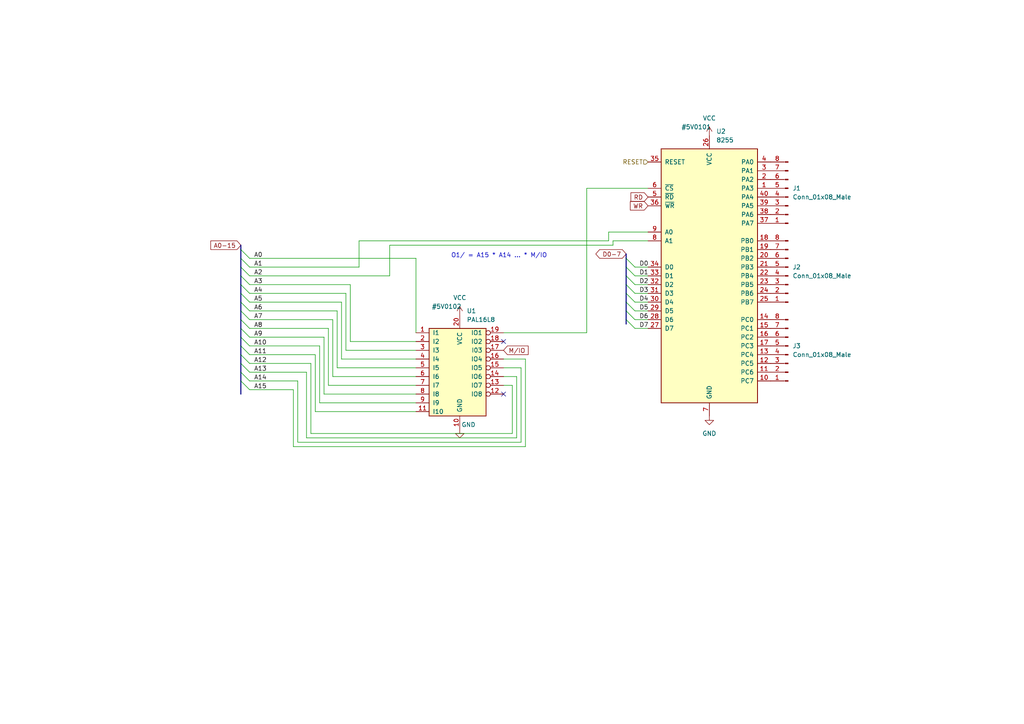
<source format=kicad_sch>
(kicad_sch (version 20211123) (generator eeschema)

  (uuid 54a8e927-81b4-4e71-ad24-56865f3c3e31)

  (paper "A4")

  (lib_symbols
    (symbol "Connector:Conn_01x08_Male" (pin_names (offset 1.016) hide) (in_bom yes) (on_board yes)
      (property "Reference" "J" (id 0) (at 0 10.16 0)
        (effects (font (size 1.27 1.27)))
      )
      (property "Value" "Conn_01x08_Male" (id 1) (at 0 -12.7 0)
        (effects (font (size 1.27 1.27)))
      )
      (property "Footprint" "" (id 2) (at 0 0 0)
        (effects (font (size 1.27 1.27)) hide)
      )
      (property "Datasheet" "~" (id 3) (at 0 0 0)
        (effects (font (size 1.27 1.27)) hide)
      )
      (property "ki_keywords" "connector" (id 4) (at 0 0 0)
        (effects (font (size 1.27 1.27)) hide)
      )
      (property "ki_description" "Generic connector, single row, 01x08, script generated (kicad-library-utils/schlib/autogen/connector/)" (id 5) (at 0 0 0)
        (effects (font (size 1.27 1.27)) hide)
      )
      (property "ki_fp_filters" "Connector*:*_1x??_*" (id 6) (at 0 0 0)
        (effects (font (size 1.27 1.27)) hide)
      )
      (symbol "Conn_01x08_Male_1_1"
        (polyline
          (pts
            (xy 1.27 -10.16)
            (xy 0.8636 -10.16)
          )
          (stroke (width 0.1524) (type default) (color 0 0 0 0))
          (fill (type none))
        )
        (polyline
          (pts
            (xy 1.27 -7.62)
            (xy 0.8636 -7.62)
          )
          (stroke (width 0.1524) (type default) (color 0 0 0 0))
          (fill (type none))
        )
        (polyline
          (pts
            (xy 1.27 -5.08)
            (xy 0.8636 -5.08)
          )
          (stroke (width 0.1524) (type default) (color 0 0 0 0))
          (fill (type none))
        )
        (polyline
          (pts
            (xy 1.27 -2.54)
            (xy 0.8636 -2.54)
          )
          (stroke (width 0.1524) (type default) (color 0 0 0 0))
          (fill (type none))
        )
        (polyline
          (pts
            (xy 1.27 0)
            (xy 0.8636 0)
          )
          (stroke (width 0.1524) (type default) (color 0 0 0 0))
          (fill (type none))
        )
        (polyline
          (pts
            (xy 1.27 2.54)
            (xy 0.8636 2.54)
          )
          (stroke (width 0.1524) (type default) (color 0 0 0 0))
          (fill (type none))
        )
        (polyline
          (pts
            (xy 1.27 5.08)
            (xy 0.8636 5.08)
          )
          (stroke (width 0.1524) (type default) (color 0 0 0 0))
          (fill (type none))
        )
        (polyline
          (pts
            (xy 1.27 7.62)
            (xy 0.8636 7.62)
          )
          (stroke (width 0.1524) (type default) (color 0 0 0 0))
          (fill (type none))
        )
        (rectangle (start 0.8636 -10.033) (end 0 -10.287)
          (stroke (width 0.1524) (type default) (color 0 0 0 0))
          (fill (type outline))
        )
        (rectangle (start 0.8636 -7.493) (end 0 -7.747)
          (stroke (width 0.1524) (type default) (color 0 0 0 0))
          (fill (type outline))
        )
        (rectangle (start 0.8636 -4.953) (end 0 -5.207)
          (stroke (width 0.1524) (type default) (color 0 0 0 0))
          (fill (type outline))
        )
        (rectangle (start 0.8636 -2.413) (end 0 -2.667)
          (stroke (width 0.1524) (type default) (color 0 0 0 0))
          (fill (type outline))
        )
        (rectangle (start 0.8636 0.127) (end 0 -0.127)
          (stroke (width 0.1524) (type default) (color 0 0 0 0))
          (fill (type outline))
        )
        (rectangle (start 0.8636 2.667) (end 0 2.413)
          (stroke (width 0.1524) (type default) (color 0 0 0 0))
          (fill (type outline))
        )
        (rectangle (start 0.8636 5.207) (end 0 4.953)
          (stroke (width 0.1524) (type default) (color 0 0 0 0))
          (fill (type outline))
        )
        (rectangle (start 0.8636 7.747) (end 0 7.493)
          (stroke (width 0.1524) (type default) (color 0 0 0 0))
          (fill (type outline))
        )
        (pin passive line (at 5.08 7.62 180) (length 3.81)
          (name "Pin_1" (effects (font (size 1.27 1.27))))
          (number "1" (effects (font (size 1.27 1.27))))
        )
        (pin passive line (at 5.08 5.08 180) (length 3.81)
          (name "Pin_2" (effects (font (size 1.27 1.27))))
          (number "2" (effects (font (size 1.27 1.27))))
        )
        (pin passive line (at 5.08 2.54 180) (length 3.81)
          (name "Pin_3" (effects (font (size 1.27 1.27))))
          (number "3" (effects (font (size 1.27 1.27))))
        )
        (pin passive line (at 5.08 0 180) (length 3.81)
          (name "Pin_4" (effects (font (size 1.27 1.27))))
          (number "4" (effects (font (size 1.27 1.27))))
        )
        (pin passive line (at 5.08 -2.54 180) (length 3.81)
          (name "Pin_5" (effects (font (size 1.27 1.27))))
          (number "5" (effects (font (size 1.27 1.27))))
        )
        (pin passive line (at 5.08 -5.08 180) (length 3.81)
          (name "Pin_6" (effects (font (size 1.27 1.27))))
          (number "6" (effects (font (size 1.27 1.27))))
        )
        (pin passive line (at 5.08 -7.62 180) (length 3.81)
          (name "Pin_7" (effects (font (size 1.27 1.27))))
          (number "7" (effects (font (size 1.27 1.27))))
        )
        (pin passive line (at 5.08 -10.16 180) (length 3.81)
          (name "Pin_8" (effects (font (size 1.27 1.27))))
          (number "8" (effects (font (size 1.27 1.27))))
        )
      )
    )
    (symbol "Interface:8255" (pin_names (offset 1.016)) (in_bom yes) (on_board yes)
      (property "Reference" "U" (id 0) (at -13.97 38.1 0)
        (effects (font (size 1.27 1.27)) (justify left))
      )
      (property "Value" "8255" (id 1) (at 8.89 38.1 0)
        (effects (font (size 1.27 1.27)) (justify left))
      )
      (property "Footprint" "Package_DIP:DIP-40_W15.24mm" (id 2) (at 0 7.62 0)
        (effects (font (size 1.27 1.27)) hide)
      )
      (property "Datasheet" "http://aturing.umcs.maine.edu/~meadow/courses/cos335/Intel8255A.pdf" (id 3) (at 0 7.62 0)
        (effects (font (size 1.27 1.27)) hide)
      )
      (property "ki_keywords" "8255 PPI" (id 4) (at 0 0 0)
        (effects (font (size 1.27 1.27)) hide)
      )
      (property "ki_description" "Programmable Peripheral Interface, PDIP-40" (id 5) (at 0 0 0)
        (effects (font (size 1.27 1.27)) hide)
      )
      (property "ki_fp_filters" "DIP*W15.24mm* PDIP*W15.24mm*" (id 6) (at 0 0 0)
        (effects (font (size 1.27 1.27)) hide)
      )
      (symbol "8255_1_1"
        (rectangle (start -13.97 -36.83) (end 13.97 36.83)
          (stroke (width 0.254) (type default) (color 0 0 0 0))
          (fill (type background))
        )
        (pin bidirectional line (at 17.78 25.4 180) (length 3.81)
          (name "PA3" (effects (font (size 1.27 1.27))))
          (number "1" (effects (font (size 1.27 1.27))))
        )
        (pin bidirectional line (at 17.78 -30.48 180) (length 3.81)
          (name "PC7" (effects (font (size 1.27 1.27))))
          (number "10" (effects (font (size 1.27 1.27))))
        )
        (pin bidirectional line (at 17.78 -27.94 180) (length 3.81)
          (name "PC6" (effects (font (size 1.27 1.27))))
          (number "11" (effects (font (size 1.27 1.27))))
        )
        (pin bidirectional line (at 17.78 -25.4 180) (length 3.81)
          (name "PC5" (effects (font (size 1.27 1.27))))
          (number "12" (effects (font (size 1.27 1.27))))
        )
        (pin bidirectional line (at 17.78 -22.86 180) (length 3.81)
          (name "PC4" (effects (font (size 1.27 1.27))))
          (number "13" (effects (font (size 1.27 1.27))))
        )
        (pin bidirectional line (at 17.78 -12.7 180) (length 3.81)
          (name "PC0" (effects (font (size 1.27 1.27))))
          (number "14" (effects (font (size 1.27 1.27))))
        )
        (pin bidirectional line (at 17.78 -15.24 180) (length 3.81)
          (name "PC1" (effects (font (size 1.27 1.27))))
          (number "15" (effects (font (size 1.27 1.27))))
        )
        (pin bidirectional line (at 17.78 -17.78 180) (length 3.81)
          (name "PC2" (effects (font (size 1.27 1.27))))
          (number "16" (effects (font (size 1.27 1.27))))
        )
        (pin bidirectional line (at 17.78 -20.32 180) (length 3.81)
          (name "PC3" (effects (font (size 1.27 1.27))))
          (number "17" (effects (font (size 1.27 1.27))))
        )
        (pin bidirectional line (at 17.78 10.16 180) (length 3.81)
          (name "PB0" (effects (font (size 1.27 1.27))))
          (number "18" (effects (font (size 1.27 1.27))))
        )
        (pin bidirectional line (at 17.78 7.62 180) (length 3.81)
          (name "PB1" (effects (font (size 1.27 1.27))))
          (number "19" (effects (font (size 1.27 1.27))))
        )
        (pin bidirectional line (at 17.78 27.94 180) (length 3.81)
          (name "PA2" (effects (font (size 1.27 1.27))))
          (number "2" (effects (font (size 1.27 1.27))))
        )
        (pin bidirectional line (at 17.78 5.08 180) (length 3.81)
          (name "PB2" (effects (font (size 1.27 1.27))))
          (number "20" (effects (font (size 1.27 1.27))))
        )
        (pin bidirectional line (at 17.78 2.54 180) (length 3.81)
          (name "PB3" (effects (font (size 1.27 1.27))))
          (number "21" (effects (font (size 1.27 1.27))))
        )
        (pin bidirectional line (at 17.78 0 180) (length 3.81)
          (name "PB4" (effects (font (size 1.27 1.27))))
          (number "22" (effects (font (size 1.27 1.27))))
        )
        (pin bidirectional line (at 17.78 -2.54 180) (length 3.81)
          (name "PB5" (effects (font (size 1.27 1.27))))
          (number "23" (effects (font (size 1.27 1.27))))
        )
        (pin bidirectional line (at 17.78 -5.08 180) (length 3.81)
          (name "PB6" (effects (font (size 1.27 1.27))))
          (number "24" (effects (font (size 1.27 1.27))))
        )
        (pin bidirectional line (at 17.78 -7.62 180) (length 3.81)
          (name "PB7" (effects (font (size 1.27 1.27))))
          (number "25" (effects (font (size 1.27 1.27))))
        )
        (pin power_in line (at 0 40.64 270) (length 3.81)
          (name "VCC" (effects (font (size 1.27 1.27))))
          (number "26" (effects (font (size 1.27 1.27))))
        )
        (pin bidirectional line (at -17.78 -15.24 0) (length 3.81)
          (name "D7" (effects (font (size 1.27 1.27))))
          (number "27" (effects (font (size 1.27 1.27))))
        )
        (pin bidirectional line (at -17.78 -12.7 0) (length 3.81)
          (name "D6" (effects (font (size 1.27 1.27))))
          (number "28" (effects (font (size 1.27 1.27))))
        )
        (pin bidirectional line (at -17.78 -10.16 0) (length 3.81)
          (name "D5" (effects (font (size 1.27 1.27))))
          (number "29" (effects (font (size 1.27 1.27))))
        )
        (pin bidirectional line (at 17.78 30.48 180) (length 3.81)
          (name "PA1" (effects (font (size 1.27 1.27))))
          (number "3" (effects (font (size 1.27 1.27))))
        )
        (pin bidirectional line (at -17.78 -7.62 0) (length 3.81)
          (name "D4" (effects (font (size 1.27 1.27))))
          (number "30" (effects (font (size 1.27 1.27))))
        )
        (pin bidirectional line (at -17.78 -5.08 0) (length 3.81)
          (name "D3" (effects (font (size 1.27 1.27))))
          (number "31" (effects (font (size 1.27 1.27))))
        )
        (pin bidirectional line (at -17.78 -2.54 0) (length 3.81)
          (name "D2" (effects (font (size 1.27 1.27))))
          (number "32" (effects (font (size 1.27 1.27))))
        )
        (pin bidirectional line (at -17.78 0 0) (length 3.81)
          (name "D1" (effects (font (size 1.27 1.27))))
          (number "33" (effects (font (size 1.27 1.27))))
        )
        (pin bidirectional line (at -17.78 2.54 0) (length 3.81)
          (name "D0" (effects (font (size 1.27 1.27))))
          (number "34" (effects (font (size 1.27 1.27))))
        )
        (pin input line (at -17.78 33.02 0) (length 3.81)
          (name "RESET" (effects (font (size 1.27 1.27))))
          (number "35" (effects (font (size 1.27 1.27))))
        )
        (pin input line (at -17.78 20.32 0) (length 3.81)
          (name "~{WR}" (effects (font (size 1.27 1.27))))
          (number "36" (effects (font (size 1.27 1.27))))
        )
        (pin bidirectional line (at 17.78 15.24 180) (length 3.81)
          (name "PA7" (effects (font (size 1.27 1.27))))
          (number "37" (effects (font (size 1.27 1.27))))
        )
        (pin bidirectional line (at 17.78 17.78 180) (length 3.81)
          (name "PA6" (effects (font (size 1.27 1.27))))
          (number "38" (effects (font (size 1.27 1.27))))
        )
        (pin bidirectional line (at 17.78 20.32 180) (length 3.81)
          (name "PA5" (effects (font (size 1.27 1.27))))
          (number "39" (effects (font (size 1.27 1.27))))
        )
        (pin bidirectional line (at 17.78 33.02 180) (length 3.81)
          (name "PA0" (effects (font (size 1.27 1.27))))
          (number "4" (effects (font (size 1.27 1.27))))
        )
        (pin bidirectional line (at 17.78 22.86 180) (length 3.81)
          (name "PA4" (effects (font (size 1.27 1.27))))
          (number "40" (effects (font (size 1.27 1.27))))
        )
        (pin input line (at -17.78 22.86 0) (length 3.81)
          (name "~{RD}" (effects (font (size 1.27 1.27))))
          (number "5" (effects (font (size 1.27 1.27))))
        )
        (pin input line (at -17.78 25.4 0) (length 3.81)
          (name "~{CS}" (effects (font (size 1.27 1.27))))
          (number "6" (effects (font (size 1.27 1.27))))
        )
        (pin power_in line (at 0 -40.64 90) (length 3.81)
          (name "GND" (effects (font (size 1.27 1.27))))
          (number "7" (effects (font (size 1.27 1.27))))
        )
        (pin input line (at -17.78 10.16 0) (length 3.81)
          (name "A1" (effects (font (size 1.27 1.27))))
          (number "8" (effects (font (size 1.27 1.27))))
        )
        (pin input line (at -17.78 12.7 0) (length 3.81)
          (name "A0" (effects (font (size 1.27 1.27))))
          (number "9" (effects (font (size 1.27 1.27))))
        )
      )
    )
    (symbol "Logic_Programmable:PAL16L8" (pin_names (offset 1.016)) (in_bom yes) (on_board yes)
      (property "Reference" "U" (id 0) (at -8.89 16.51 0)
        (effects (font (size 1.27 1.27)) (justify left))
      )
      (property "Value" "PAL16L8" (id 1) (at 1.27 16.51 0)
        (effects (font (size 1.27 1.27)) (justify left))
      )
      (property "Footprint" "" (id 2) (at 0 0 0)
        (effects (font (size 1.27 1.27)) hide)
      )
      (property "Datasheet" "" (id 3) (at 0 0 0)
        (effects (font (size 1.27 1.27)) hide)
      )
      (property "ki_keywords" "PAL PLD 16L8" (id 4) (at 0 0 0)
        (effects (font (size 1.27 1.27)) hide)
      )
      (property "ki_description" "Programmable Logic Array, DIP-20" (id 5) (at 0 0 0)
        (effects (font (size 1.27 1.27)) hide)
      )
      (property "ki_fp_filters" "DIP* PDIP*" (id 6) (at 0 0 0)
        (effects (font (size 1.27 1.27)) hide)
      )
      (symbol "PAL16L8_0_0"
        (pin power_in line (at 0 -15.24 90) (length 3.81)
          (name "GND" (effects (font (size 1.27 1.27))))
          (number "10" (effects (font (size 1.27 1.27))))
        )
        (pin power_in line (at 0 17.78 270) (length 3.81)
          (name "VCC" (effects (font (size 1.27 1.27))))
          (number "20" (effects (font (size 1.27 1.27))))
        )
      )
      (symbol "PAL16L8_0_1"
        (rectangle (start -8.89 13.97) (end 7.62 -11.43)
          (stroke (width 0.254) (type default) (color 0 0 0 0))
          (fill (type background))
        )
      )
      (symbol "PAL16L8_1_1"
        (pin input line (at -12.7 12.7 0) (length 3.81)
          (name "I1" (effects (font (size 1.27 1.27))))
          (number "1" (effects (font (size 1.27 1.27))))
        )
        (pin input line (at -12.7 -10.16 0) (length 3.81)
          (name "I10" (effects (font (size 1.27 1.27))))
          (number "11" (effects (font (size 1.27 1.27))))
        )
        (pin tri_state inverted (at 12.7 -5.08 180) (length 5.08)
          (name "IO8" (effects (font (size 1.27 1.27))))
          (number "12" (effects (font (size 1.27 1.27))))
        )
        (pin tri_state inverted (at 12.7 -2.54 180) (length 5.08)
          (name "IO7" (effects (font (size 1.27 1.27))))
          (number "13" (effects (font (size 1.27 1.27))))
        )
        (pin tri_state inverted (at 12.7 0 180) (length 5.08)
          (name "IO6" (effects (font (size 1.27 1.27))))
          (number "14" (effects (font (size 1.27 1.27))))
        )
        (pin tri_state inverted (at 12.7 2.54 180) (length 5.08)
          (name "IO5" (effects (font (size 1.27 1.27))))
          (number "15" (effects (font (size 1.27 1.27))))
        )
        (pin tri_state inverted (at 12.7 5.08 180) (length 5.08)
          (name "IO4" (effects (font (size 1.27 1.27))))
          (number "16" (effects (font (size 1.27 1.27))))
        )
        (pin tri_state inverted (at 12.7 7.62 180) (length 5.08)
          (name "I03" (effects (font (size 1.27 1.27))))
          (number "17" (effects (font (size 1.27 1.27))))
        )
        (pin tri_state inverted (at 12.7 10.16 180) (length 5.08)
          (name "IO2" (effects (font (size 1.27 1.27))))
          (number "18" (effects (font (size 1.27 1.27))))
        )
        (pin tri_state inverted (at 12.7 12.7 180) (length 5.08)
          (name "IO1" (effects (font (size 1.27 1.27))))
          (number "19" (effects (font (size 1.27 1.27))))
        )
        (pin input line (at -12.7 10.16 0) (length 3.81)
          (name "I2" (effects (font (size 1.27 1.27))))
          (number "2" (effects (font (size 1.27 1.27))))
        )
        (pin input line (at -12.7 7.62 0) (length 3.81)
          (name "I3" (effects (font (size 1.27 1.27))))
          (number "3" (effects (font (size 1.27 1.27))))
        )
        (pin input line (at -12.7 5.08 0) (length 3.81)
          (name "I4" (effects (font (size 1.27 1.27))))
          (number "4" (effects (font (size 1.27 1.27))))
        )
        (pin input line (at -12.7 2.54 0) (length 3.81)
          (name "I5" (effects (font (size 1.27 1.27))))
          (number "5" (effects (font (size 1.27 1.27))))
        )
        (pin input line (at -12.7 0 0) (length 3.81)
          (name "I6" (effects (font (size 1.27 1.27))))
          (number "6" (effects (font (size 1.27 1.27))))
        )
        (pin input line (at -12.7 -2.54 0) (length 3.81)
          (name "I7" (effects (font (size 1.27 1.27))))
          (number "7" (effects (font (size 1.27 1.27))))
        )
        (pin input line (at -12.7 -5.08 0) (length 3.81)
          (name "I8" (effects (font (size 1.27 1.27))))
          (number "8" (effects (font (size 1.27 1.27))))
        )
        (pin input line (at -12.7 -7.62 0) (length 3.81)
          (name "I9" (effects (font (size 1.27 1.27))))
          (number "9" (effects (font (size 1.27 1.27))))
        )
      )
    )
    (symbol "power:GND" (power) (pin_names (offset 0)) (in_bom yes) (on_board yes)
      (property "Reference" "#PWR" (id 0) (at 0 -6.35 0)
        (effects (font (size 1.27 1.27)) hide)
      )
      (property "Value" "GND" (id 1) (at 0 -3.81 0)
        (effects (font (size 1.27 1.27)))
      )
      (property "Footprint" "" (id 2) (at 0 0 0)
        (effects (font (size 1.27 1.27)) hide)
      )
      (property "Datasheet" "" (id 3) (at 0 0 0)
        (effects (font (size 1.27 1.27)) hide)
      )
      (property "ki_keywords" "power-flag" (id 4) (at 0 0 0)
        (effects (font (size 1.27 1.27)) hide)
      )
      (property "ki_description" "Power symbol creates a global label with name \"GND\" , ground" (id 5) (at 0 0 0)
        (effects (font (size 1.27 1.27)) hide)
      )
      (symbol "GND_0_1"
        (polyline
          (pts
            (xy 0 0)
            (xy 0 -1.27)
            (xy 1.27 -1.27)
            (xy 0 -2.54)
            (xy -1.27 -1.27)
            (xy 0 -1.27)
          )
          (stroke (width 0) (type default) (color 0 0 0 0))
          (fill (type none))
        )
      )
      (symbol "GND_1_1"
        (pin power_in line (at 0 0 270) (length 0) hide
          (name "GND" (effects (font (size 1.27 1.27))))
          (number "1" (effects (font (size 1.27 1.27))))
        )
      )
    )
    (symbol "power:VCC" (power) (pin_names (offset 0)) (in_bom yes) (on_board yes)
      (property "Reference" "#PWR" (id 0) (at 0 -3.81 0)
        (effects (font (size 1.27 1.27)) hide)
      )
      (property "Value" "VCC" (id 1) (at 0 3.81 0)
        (effects (font (size 1.27 1.27)))
      )
      (property "Footprint" "" (id 2) (at 0 0 0)
        (effects (font (size 1.27 1.27)) hide)
      )
      (property "Datasheet" "" (id 3) (at 0 0 0)
        (effects (font (size 1.27 1.27)) hide)
      )
      (property "ki_keywords" "power-flag" (id 4) (at 0 0 0)
        (effects (font (size 1.27 1.27)) hide)
      )
      (property "ki_description" "Power symbol creates a global label with name \"VCC\"" (id 5) (at 0 0 0)
        (effects (font (size 1.27 1.27)) hide)
      )
      (symbol "VCC_0_1"
        (polyline
          (pts
            (xy -0.762 1.27)
            (xy 0 2.54)
          )
          (stroke (width 0) (type default) (color 0 0 0 0))
          (fill (type none))
        )
        (polyline
          (pts
            (xy 0 0)
            (xy 0 2.54)
          )
          (stroke (width 0) (type default) (color 0 0 0 0))
          (fill (type none))
        )
        (polyline
          (pts
            (xy 0 2.54)
            (xy 0.762 1.27)
          )
          (stroke (width 0) (type default) (color 0 0 0 0))
          (fill (type none))
        )
      )
      (symbol "VCC_1_1"
        (pin power_in line (at 0 0 90) (length 0) hide
          (name "VCC" (effects (font (size 1.27 1.27))))
          (number "1" (effects (font (size 1.27 1.27))))
        )
      )
    )
  )


  (no_connect (at 146.05 99.06) (uuid b83b34aa-7db9-4315-b23b-c3c1a3e85058))
  (no_connect (at 146.05 114.3) (uuid b83b34aa-7db9-4315-b23b-c3c1a3e8505b))

  (bus_entry (at 69.85 92.71) (size 2.54 2.54)
    (stroke (width 0) (type default) (color 0 0 0 0))
    (uuid 13595c51-1f43-44c7-aa0b-334d76896487)
  )
  (bus_entry (at 69.85 105.41) (size 2.54 2.54)
    (stroke (width 0) (type default) (color 0 0 0 0))
    (uuid 2ec17aa1-e55a-4078-a9dd-08ca8bebd3d4)
  )
  (bus_entry (at 69.85 100.33) (size 2.54 2.54)
    (stroke (width 0) (type default) (color 0 0 0 0))
    (uuid 42ab4b0c-6bf4-4c87-9c26-c300924c293e)
  )
  (bus_entry (at 181.61 92.71) (size 2.54 2.54)
    (stroke (width 0) (type default) (color 0 0 0 0))
    (uuid 5ea84fb9-de3f-436e-883b-6428bc1863bf)
  )
  (bus_entry (at 69.85 110.49) (size 2.54 2.54)
    (stroke (width 0) (type default) (color 0 0 0 0))
    (uuid 68897db0-23b6-4003-88cd-824dc1f92c2e)
  )
  (bus_entry (at 69.85 107.95) (size 2.54 2.54)
    (stroke (width 0) (type default) (color 0 0 0 0))
    (uuid 6ef45006-b93e-49a7-825c-dd936a4839ae)
  )
  (bus_entry (at 69.85 97.79) (size 2.54 2.54)
    (stroke (width 0) (type default) (color 0 0 0 0))
    (uuid 9211144e-eb2c-49d2-9282-285a48d28ac0)
  )
  (bus_entry (at 69.85 85.09) (size 2.54 2.54)
    (stroke (width 0) (type default) (color 0 0 0 0))
    (uuid 99891a8c-1961-43b0-b32a-9c11b86c5840)
  )
  (bus_entry (at 69.85 72.39) (size 2.54 2.54)
    (stroke (width 0) (type default) (color 0 0 0 0))
    (uuid a0a82c05-eb1a-4de6-8cb0-8c9e3ea2b41e)
  )
  (bus_entry (at 69.85 82.55) (size 2.54 2.54)
    (stroke (width 0) (type default) (color 0 0 0 0))
    (uuid bc939e41-e209-4154-a97e-6143302b082e)
  )
  (bus_entry (at 69.85 102.87) (size 2.54 2.54)
    (stroke (width 0) (type default) (color 0 0 0 0))
    (uuid d49b9f50-0f44-44f1-b840-39edc8eb8e13)
  )
  (bus_entry (at 69.85 77.47) (size 2.54 2.54)
    (stroke (width 0) (type default) (color 0 0 0 0))
    (uuid dbdcf081-4ab2-43e4-9b70-46d0e1078f5d)
  )
  (bus_entry (at 181.61 74.93) (size 2.54 2.54)
    (stroke (width 0) (type default) (color 0 0 0 0))
    (uuid dc4ac758-eb3d-44d8-ae83-b611ba88b227)
  )
  (bus_entry (at 181.61 82.55) (size 2.54 2.54)
    (stroke (width 0) (type default) (color 0 0 0 0))
    (uuid dc4ac758-eb3d-44d8-ae83-b611ba88b227)
  )
  (bus_entry (at 181.61 85.09) (size 2.54 2.54)
    (stroke (width 0) (type default) (color 0 0 0 0))
    (uuid dc4ac758-eb3d-44d8-ae83-b611ba88b227)
  )
  (bus_entry (at 181.61 87.63) (size 2.54 2.54)
    (stroke (width 0) (type default) (color 0 0 0 0))
    (uuid dc4ac758-eb3d-44d8-ae83-b611ba88b227)
  )
  (bus_entry (at 181.61 90.17) (size 2.54 2.54)
    (stroke (width 0) (type default) (color 0 0 0 0))
    (uuid dc4ac758-eb3d-44d8-ae83-b611ba88b227)
  )
  (bus_entry (at 181.61 77.47) (size 2.54 2.54)
    (stroke (width 0) (type default) (color 0 0 0 0))
    (uuid dc4ac758-eb3d-44d8-ae83-b611ba88b227)
  )
  (bus_entry (at 181.61 80.01) (size 2.54 2.54)
    (stroke (width 0) (type default) (color 0 0 0 0))
    (uuid dc4ac758-eb3d-44d8-ae83-b611ba88b227)
  )
  (bus_entry (at 69.85 80.01) (size 2.54 2.54)
    (stroke (width 0) (type default) (color 0 0 0 0))
    (uuid e11bd210-27fe-4937-a6d4-236498117ea9)
  )
  (bus_entry (at 69.85 74.93) (size 2.54 2.54)
    (stroke (width 0) (type default) (color 0 0 0 0))
    (uuid eb8063bd-2b0c-4ebe-b2ed-b2a78ec10f58)
  )
  (bus_entry (at 69.85 87.63) (size 2.54 2.54)
    (stroke (width 0) (type default) (color 0 0 0 0))
    (uuid f34d61f7-2d34-4227-966b-329ccc4a7b48)
  )
  (bus_entry (at 69.85 90.17) (size 2.54 2.54)
    (stroke (width 0) (type default) (color 0 0 0 0))
    (uuid fad43ea7-4212-4fde-93f2-0012cc776764)
  )
  (bus_entry (at 69.85 95.25) (size 2.54 2.54)
    (stroke (width 0) (type default) (color 0 0 0 0))
    (uuid fad6241a-5ffe-48d3-ad27-1a1860e4de55)
  )

  (wire (pts (xy 170.18 54.61) (xy 187.96 54.61))
    (stroke (width 0) (type default) (color 0 0 0 0))
    (uuid 00641db6-0ea1-4421-99bd-b3689a9e7e61)
  )
  (bus (pts (xy 69.85 82.55) (xy 69.85 85.09))
    (stroke (width 0) (type default) (color 0 0 0 0))
    (uuid 02fb25b0-ec3a-4bb3-8f9b-b34fa3c504c9)
  )

  (wire (pts (xy 72.39 95.25) (xy 95.25 95.25))
    (stroke (width 0) (type default) (color 0 0 0 0))
    (uuid 038c33aa-7424-4417-acc7-669de4d0b11e)
  )
  (wire (pts (xy 95.25 95.25) (xy 95.25 111.76))
    (stroke (width 0) (type default) (color 0 0 0 0))
    (uuid 0432b816-c8dc-4f0e-802a-c6e8618ac320)
  )
  (bus (pts (xy 69.85 85.09) (xy 69.85 87.63))
    (stroke (width 0) (type default) (color 0 0 0 0))
    (uuid 0526dbd6-1981-4c50-8434-d78356b181ec)
  )

  (wire (pts (xy 120.65 74.93) (xy 120.65 96.52))
    (stroke (width 0) (type default) (color 0 0 0 0))
    (uuid 06d61fc3-34b6-4035-bd7c-644a20f1d432)
  )
  (wire (pts (xy 184.15 77.47) (xy 187.96 77.47))
    (stroke (width 0) (type default) (color 0 0 0 0))
    (uuid 0ce57514-b904-4425-9b97-9813f99a7859)
  )
  (wire (pts (xy 72.39 107.95) (xy 88.9 107.95))
    (stroke (width 0) (type default) (color 0 0 0 0))
    (uuid 0d33d09f-4aec-4792-88d6-68d0805e342d)
  )
  (bus (pts (xy 69.85 74.93) (xy 69.85 77.47))
    (stroke (width 0) (type default) (color 0 0 0 0))
    (uuid 0ee2d4a0-a895-4a9f-bd2e-a29d2124f57a)
  )

  (wire (pts (xy 72.39 90.17) (xy 97.79 90.17))
    (stroke (width 0) (type default) (color 0 0 0 0))
    (uuid 0f478645-f314-44ee-98cf-fabd484e72b8)
  )
  (wire (pts (xy 85.09 129.54) (xy 85.09 113.03))
    (stroke (width 0) (type default) (color 0 0 0 0))
    (uuid 10c9fbab-a6ff-4131-976f-9d0dbc27c10e)
  )
  (bus (pts (xy 69.85 102.87) (xy 69.85 105.41))
    (stroke (width 0) (type default) (color 0 0 0 0))
    (uuid 11c59853-ed0e-4d62-9c7a-47da0e3b4046)
  )
  (bus (pts (xy 181.61 90.17) (xy 181.61 92.71))
    (stroke (width 0) (type default) (color 0 0 0 0))
    (uuid 156b3e09-5a9d-4ed9-99a1-9a1c602aaa7b)
  )
  (bus (pts (xy 181.61 77.47) (xy 181.61 80.01))
    (stroke (width 0) (type default) (color 0 0 0 0))
    (uuid 1979a1dd-013c-4e57-93a5-99d139576c3a)
  )

  (wire (pts (xy 92.71 116.84) (xy 120.65 116.84))
    (stroke (width 0) (type default) (color 0 0 0 0))
    (uuid 1adb81f3-04a6-4ff9-8f56-f1148b394c9d)
  )
  (wire (pts (xy 96.52 109.22) (xy 120.65 109.22))
    (stroke (width 0) (type default) (color 0 0 0 0))
    (uuid 1d283a1a-875a-4a0f-b1fc-054af6747c1c)
  )
  (wire (pts (xy 113.03 71.12) (xy 113.03 80.01))
    (stroke (width 0) (type default) (color 0 0 0 0))
    (uuid 2496e448-6410-4540-9481-37b153dcc62b)
  )
  (wire (pts (xy 149.86 127) (xy 149.86 109.22))
    (stroke (width 0) (type default) (color 0 0 0 0))
    (uuid 2683850b-abba-47ab-8da1-4b9fc2ba26c5)
  )
  (wire (pts (xy 72.39 113.03) (xy 85.09 113.03))
    (stroke (width 0) (type default) (color 0 0 0 0))
    (uuid 26dfede7-7232-4797-a0d8-3aa63bec81e0)
  )
  (wire (pts (xy 90.17 125.73) (xy 148.59 125.73))
    (stroke (width 0) (type default) (color 0 0 0 0))
    (uuid 2af0dac9-1ab6-47f5-b2c9-5bf30eead00c)
  )
  (wire (pts (xy 177.8 69.85) (xy 187.96 69.85))
    (stroke (width 0) (type default) (color 0 0 0 0))
    (uuid 2b53b8aa-95fd-4f9c-b1b5-fc3b9ffb2916)
  )
  (wire (pts (xy 96.52 92.71) (xy 96.52 109.22))
    (stroke (width 0) (type default) (color 0 0 0 0))
    (uuid 355961ca-0cfa-4879-bf2f-af81caf95164)
  )
  (wire (pts (xy 184.15 82.55) (xy 187.96 82.55))
    (stroke (width 0) (type default) (color 0 0 0 0))
    (uuid 370a9ae0-9c97-4228-8993-ed6254c33ca1)
  )
  (wire (pts (xy 152.4 129.54) (xy 85.09 129.54))
    (stroke (width 0) (type default) (color 0 0 0 0))
    (uuid 377457e1-360f-4e57-9a05-feecd515bc2e)
  )
  (wire (pts (xy 151.13 128.27) (xy 151.13 106.68))
    (stroke (width 0) (type default) (color 0 0 0 0))
    (uuid 3bd69045-8350-4d83-a414-244bb95e2d39)
  )
  (wire (pts (xy 104.14 77.47) (xy 104.14 69.85))
    (stroke (width 0) (type default) (color 0 0 0 0))
    (uuid 418c8085-6d38-4fd1-b52b-de8a75b3504c)
  )
  (wire (pts (xy 146.05 96.52) (xy 170.18 96.52))
    (stroke (width 0) (type default) (color 0 0 0 0))
    (uuid 4bae6d6e-af44-4493-bf6a-1f798f64db04)
  )
  (wire (pts (xy 86.36 128.27) (xy 151.13 128.27))
    (stroke (width 0) (type default) (color 0 0 0 0))
    (uuid 4c53c764-bb98-42cb-9ade-f86071891088)
  )
  (wire (pts (xy 91.44 102.87) (xy 91.44 119.38))
    (stroke (width 0) (type default) (color 0 0 0 0))
    (uuid 50688d51-e295-46c3-a0a5-8863156abff3)
  )
  (wire (pts (xy 149.86 109.22) (xy 146.05 109.22))
    (stroke (width 0) (type default) (color 0 0 0 0))
    (uuid 513e6046-abec-4e86-87cd-8f7f5410c4a2)
  )
  (bus (pts (xy 69.85 80.01) (xy 69.85 82.55))
    (stroke (width 0) (type default) (color 0 0 0 0))
    (uuid 5787e0a6-0d04-4135-b8fb-e1dd4b43cc83)
  )

  (wire (pts (xy 88.9 107.95) (xy 88.9 127))
    (stroke (width 0) (type default) (color 0 0 0 0))
    (uuid 5b801570-fb27-47ff-adac-221cefc25f4e)
  )
  (wire (pts (xy 148.59 125.73) (xy 148.59 111.76))
    (stroke (width 0) (type default) (color 0 0 0 0))
    (uuid 5daee8c2-0608-424d-bbc5-a2635196d3c6)
  )
  (wire (pts (xy 99.06 87.63) (xy 99.06 104.14))
    (stroke (width 0) (type default) (color 0 0 0 0))
    (uuid 63e8fb6e-7b42-41ae-b3a3-18da9ce1acba)
  )
  (bus (pts (xy 181.61 87.63) (xy 181.61 90.17))
    (stroke (width 0) (type default) (color 0 0 0 0))
    (uuid 6e8efc2d-17e0-4f54-98a5-317995ea8ee3)
  )

  (wire (pts (xy 101.6 99.06) (xy 120.65 99.06))
    (stroke (width 0) (type default) (color 0 0 0 0))
    (uuid 6ea8be03-4169-4d40-a8af-5468716e7778)
  )
  (wire (pts (xy 72.39 102.87) (xy 91.44 102.87))
    (stroke (width 0) (type default) (color 0 0 0 0))
    (uuid 78530dc9-d8ca-4437-b97b-710eb627c314)
  )
  (wire (pts (xy 100.33 101.6) (xy 120.65 101.6))
    (stroke (width 0) (type default) (color 0 0 0 0))
    (uuid 7d7ff141-3ca8-4504-93bf-944b6e597cda)
  )
  (bus (pts (xy 69.85 110.49) (xy 69.85 114.3))
    (stroke (width 0) (type default) (color 0 0 0 0))
    (uuid 81cc2925-d10d-43f3-8b47-8a4df41f1791)
  )
  (bus (pts (xy 69.85 90.17) (xy 69.85 92.71))
    (stroke (width 0) (type default) (color 0 0 0 0))
    (uuid 81eac182-42d3-4948-a08b-e425ddf32688)
  )

  (wire (pts (xy 92.71 100.33) (xy 92.71 116.84))
    (stroke (width 0) (type default) (color 0 0 0 0))
    (uuid 832530c7-6482-4dae-9a92-48fa1212ebef)
  )
  (wire (pts (xy 176.53 67.31) (xy 187.96 67.31))
    (stroke (width 0) (type default) (color 0 0 0 0))
    (uuid 84203770-8a53-47cd-95d0-31c1ee37f0db)
  )
  (wire (pts (xy 184.15 85.09) (xy 187.96 85.09))
    (stroke (width 0) (type default) (color 0 0 0 0))
    (uuid 847a11f7-feaf-426b-ba7e-22b4c8a28846)
  )
  (wire (pts (xy 97.79 90.17) (xy 97.79 106.68))
    (stroke (width 0) (type default) (color 0 0 0 0))
    (uuid 85d35ccf-876b-4443-aa6d-781fa043332f)
  )
  (bus (pts (xy 181.61 74.93) (xy 181.61 77.47))
    (stroke (width 0) (type default) (color 0 0 0 0))
    (uuid 8af90085-edbc-4961-b726-688a5c4da546)
  )
  (bus (pts (xy 181.61 92.71) (xy 181.61 93.98))
    (stroke (width 0) (type default) (color 0 0 0 0))
    (uuid 8b351e03-f2c2-45f3-935d-e00b005f2b7c)
  )
  (bus (pts (xy 181.61 73.66) (xy 181.61 74.93))
    (stroke (width 0) (type default) (color 0 0 0 0))
    (uuid 8dc194ad-179b-47ef-8b11-478f0e69df7e)
  )
  (bus (pts (xy 181.61 85.09) (xy 181.61 87.63))
    (stroke (width 0) (type default) (color 0 0 0 0))
    (uuid 8e37dd7f-f5a8-4beb-87f7-3cb6ebc7f37d)
  )

  (wire (pts (xy 72.39 87.63) (xy 99.06 87.63))
    (stroke (width 0) (type default) (color 0 0 0 0))
    (uuid 97799128-cd72-43a4-a450-959041e9b460)
  )
  (wire (pts (xy 72.39 105.41) (xy 90.17 105.41))
    (stroke (width 0) (type default) (color 0 0 0 0))
    (uuid 983d9273-b788-4793-bfb7-2b02cbbda874)
  )
  (wire (pts (xy 151.13 106.68) (xy 146.05 106.68))
    (stroke (width 0) (type default) (color 0 0 0 0))
    (uuid 9970c859-776f-4640-ac39-0a4384093135)
  )
  (bus (pts (xy 181.61 82.55) (xy 181.61 85.09))
    (stroke (width 0) (type default) (color 0 0 0 0))
    (uuid 9bfa7db7-3d9d-48b0-b783-973fddb7ad49)
  )
  (bus (pts (xy 69.85 92.71) (xy 69.85 95.25))
    (stroke (width 0) (type default) (color 0 0 0 0))
    (uuid a008822e-0334-4a08-9b63-39a383aa8a50)
  )
  (bus (pts (xy 69.85 97.79) (xy 69.85 100.33))
    (stroke (width 0) (type default) (color 0 0 0 0))
    (uuid a10083df-3d54-45fc-95be-0c9e090d1c45)
  )

  (wire (pts (xy 184.15 87.63) (xy 187.96 87.63))
    (stroke (width 0) (type default) (color 0 0 0 0))
    (uuid a2649b7a-b1be-4b9b-9019-1aabb20e5186)
  )
  (wire (pts (xy 184.15 80.01) (xy 187.96 80.01))
    (stroke (width 0) (type default) (color 0 0 0 0))
    (uuid a287f90d-4f43-4542-93d7-cb234c731279)
  )
  (wire (pts (xy 72.39 92.71) (xy 96.52 92.71))
    (stroke (width 0) (type default) (color 0 0 0 0))
    (uuid a4d617f7-d7d8-4233-855a-4f686f1e38c7)
  )
  (wire (pts (xy 104.14 69.85) (xy 176.53 69.85))
    (stroke (width 0) (type default) (color 0 0 0 0))
    (uuid a54a7bc0-5721-4337-88a0-58a4c9803443)
  )
  (wire (pts (xy 93.98 97.79) (xy 93.98 114.3))
    (stroke (width 0) (type default) (color 0 0 0 0))
    (uuid a853c89d-a9c3-4b64-a532-1a4fd2790efc)
  )
  (bus (pts (xy 69.85 95.25) (xy 69.85 97.79))
    (stroke (width 0) (type default) (color 0 0 0 0))
    (uuid a9ac9797-1b84-4649-8e24-fa06148d107c)
  )

  (wire (pts (xy 90.17 105.41) (xy 90.17 125.73))
    (stroke (width 0) (type default) (color 0 0 0 0))
    (uuid ad28573f-9beb-4791-b28d-6da3f0157a0e)
  )
  (wire (pts (xy 86.36 110.49) (xy 86.36 128.27))
    (stroke (width 0) (type default) (color 0 0 0 0))
    (uuid aef02c41-e414-4a15-8686-8930c4b603e4)
  )
  (wire (pts (xy 72.39 110.49) (xy 86.36 110.49))
    (stroke (width 0) (type default) (color 0 0 0 0))
    (uuid b0b39429-e219-46d9-8053-92be5560aa62)
  )
  (wire (pts (xy 72.39 97.79) (xy 93.98 97.79))
    (stroke (width 0) (type default) (color 0 0 0 0))
    (uuid b1e1785a-9246-447a-b581-221392cd12b0)
  )
  (wire (pts (xy 100.33 85.09) (xy 100.33 101.6))
    (stroke (width 0) (type default) (color 0 0 0 0))
    (uuid b2999c23-3c15-4990-94d0-ce11e6c00303)
  )
  (bus (pts (xy 69.85 87.63) (xy 69.85 90.17))
    (stroke (width 0) (type default) (color 0 0 0 0))
    (uuid b3575890-0992-47df-a425-307481aeb8f2)
  )
  (bus (pts (xy 69.85 105.41) (xy 69.85 107.95))
    (stroke (width 0) (type default) (color 0 0 0 0))
    (uuid b6d32aff-3c4d-4281-898f-23401cdc4208)
  )

  (wire (pts (xy 95.25 111.76) (xy 120.65 111.76))
    (stroke (width 0) (type default) (color 0 0 0 0))
    (uuid b93f3758-977a-463b-adb4-bff90f7e5b38)
  )
  (wire (pts (xy 88.9 127) (xy 149.86 127))
    (stroke (width 0) (type default) (color 0 0 0 0))
    (uuid bc9bf8b2-7e83-4786-971e-d6be3e0da09a)
  )
  (bus (pts (xy 69.85 72.39) (xy 69.85 74.93))
    (stroke (width 0) (type default) (color 0 0 0 0))
    (uuid bd2f55a1-d92e-4720-9207-aeb2aab8a165)
  )

  (wire (pts (xy 152.4 104.14) (xy 152.4 129.54))
    (stroke (width 0) (type default) (color 0 0 0 0))
    (uuid be6f90d9-dd95-4855-9e20-c321b0fbd06a)
  )
  (bus (pts (xy 69.85 100.33) (xy 69.85 102.87))
    (stroke (width 0) (type default) (color 0 0 0 0))
    (uuid c109afc3-a16a-4603-be42-fa4c36e2cf09)
  )

  (wire (pts (xy 72.39 85.09) (xy 100.33 85.09))
    (stroke (width 0) (type default) (color 0 0 0 0))
    (uuid c13427b2-3ff7-45c8-a2e2-d552532ee0fa)
  )
  (bus (pts (xy 181.61 80.01) (xy 181.61 82.55))
    (stroke (width 0) (type default) (color 0 0 0 0))
    (uuid c6580532-64dc-447c-a1d0-73a72e340bdf)
  )

  (wire (pts (xy 184.15 95.25) (xy 187.96 95.25))
    (stroke (width 0) (type default) (color 0 0 0 0))
    (uuid c88315ad-b612-431e-a9ef-6be7763a543f)
  )
  (wire (pts (xy 91.44 119.38) (xy 120.65 119.38))
    (stroke (width 0) (type default) (color 0 0 0 0))
    (uuid d062e44f-73df-4ccc-bc9d-4da5f0bef67f)
  )
  (wire (pts (xy 97.79 106.68) (xy 120.65 106.68))
    (stroke (width 0) (type default) (color 0 0 0 0))
    (uuid d170dd5b-dee8-4599-98ab-32c5455bc6f8)
  )
  (wire (pts (xy 113.03 71.12) (xy 177.8 71.12))
    (stroke (width 0) (type default) (color 0 0 0 0))
    (uuid d1d72b51-42e6-473a-b1f3-73563a4113b4)
  )
  (wire (pts (xy 177.8 71.12) (xy 177.8 69.85))
    (stroke (width 0) (type default) (color 0 0 0 0))
    (uuid dbc90e63-2aaa-43a8-a3af-2e1c20d48108)
  )
  (wire (pts (xy 93.98 114.3) (xy 120.65 114.3))
    (stroke (width 0) (type default) (color 0 0 0 0))
    (uuid dfb39857-726d-4b45-a711-1e70d0667437)
  )
  (wire (pts (xy 170.18 54.61) (xy 170.18 96.52))
    (stroke (width 0) (type default) (color 0 0 0 0))
    (uuid e156038b-9ad0-4619-91e2-25858428d21d)
  )
  (wire (pts (xy 72.39 77.47) (xy 104.14 77.47))
    (stroke (width 0) (type default) (color 0 0 0 0))
    (uuid e23c8e5e-5418-4945-a566-bb424855651f)
  )
  (wire (pts (xy 101.6 82.55) (xy 101.6 99.06))
    (stroke (width 0) (type default) (color 0 0 0 0))
    (uuid e346f9d9-f88b-4d83-a418-cb10ab3af901)
  )
  (wire (pts (xy 72.39 82.55) (xy 101.6 82.55))
    (stroke (width 0) (type default) (color 0 0 0 0))
    (uuid e83eb02e-332e-4c90-978a-753ebd5a1f1f)
  )
  (wire (pts (xy 72.39 74.93) (xy 120.65 74.93))
    (stroke (width 0) (type default) (color 0 0 0 0))
    (uuid e934057c-9dc0-4e16-b75c-f9799a4a7d5a)
  )
  (bus (pts (xy 69.85 107.95) (xy 69.85 110.49))
    (stroke (width 0) (type default) (color 0 0 0 0))
    (uuid ebaa5598-0ccc-4565-b0e9-acaccf1ed0ac)
  )

  (wire (pts (xy 148.59 111.76) (xy 146.05 111.76))
    (stroke (width 0) (type default) (color 0 0 0 0))
    (uuid ebaba0c2-43de-48de-921c-a384896afb75)
  )
  (bus (pts (xy 69.85 71.12) (xy 69.85 72.39))
    (stroke (width 0) (type default) (color 0 0 0 0))
    (uuid eeaa22b6-1290-4a17-b4b5-5b81e03c71b1)
  )

  (wire (pts (xy 146.05 104.14) (xy 152.4 104.14))
    (stroke (width 0) (type default) (color 0 0 0 0))
    (uuid f1f3f9b5-fa66-4c02-80c0-4fa558b48eb7)
  )
  (wire (pts (xy 184.15 92.71) (xy 187.96 92.71))
    (stroke (width 0) (type default) (color 0 0 0 0))
    (uuid f1f72fef-06cd-4f45-acb2-0d7be27030b6)
  )
  (wire (pts (xy 184.15 90.17) (xy 187.96 90.17))
    (stroke (width 0) (type default) (color 0 0 0 0))
    (uuid f3257ca0-c5cc-4515-9412-466b4377404b)
  )
  (wire (pts (xy 72.39 80.01) (xy 113.03 80.01))
    (stroke (width 0) (type default) (color 0 0 0 0))
    (uuid f3549b52-08e5-49c5-89b3-2a896ef35bff)
  )
  (wire (pts (xy 72.39 100.33) (xy 92.71 100.33))
    (stroke (width 0) (type default) (color 0 0 0 0))
    (uuid f839157f-a66c-410c-b620-ac47771647a3)
  )
  (bus (pts (xy 69.85 77.47) (xy 69.85 80.01))
    (stroke (width 0) (type default) (color 0 0 0 0))
    (uuid fec6df32-2997-49df-b58c-40f998f169b7)
  )

  (wire (pts (xy 176.53 69.85) (xy 176.53 67.31))
    (stroke (width 0) (type default) (color 0 0 0 0))
    (uuid ff869546-f674-4ab3-8c6d-fb28ba488e4d)
  )
  (wire (pts (xy 99.06 104.14) (xy 120.65 104.14))
    (stroke (width 0) (type default) (color 0 0 0 0))
    (uuid ffc10840-e587-4ba8-80f2-c837efe697cb)
  )

  (text "O1/ = A15 * A14 ... * M/IO" (at 130.81 74.93 0)
    (effects (font (size 1.27 1.27)) (justify left bottom))
    (uuid 3052d088-b7ab-4d43-ba16-898ecaa5bc10)
  )

  (label "A14" (at 73.66 110.49 0)
    (effects (font (size 1.27 1.27)) (justify left bottom))
    (uuid 0e99ff13-5bb7-4664-99a5-235b42325c11)
  )
  (label "A5" (at 73.66 87.63 0)
    (effects (font (size 1.27 1.27)) (justify left bottom))
    (uuid 1a27815e-0fa6-40e6-a698-5b53c6dc3f59)
  )
  (label "A2" (at 73.66 80.01 0)
    (effects (font (size 1.27 1.27)) (justify left bottom))
    (uuid 1c1adb4d-1680-4326-bb05-fd76173c4d15)
  )
  (label "D7" (at 185.42 95.25 0)
    (effects (font (size 1.27 1.27)) (justify left bottom))
    (uuid 2ecb2486-6724-42ad-b28a-1db6d84a3571)
  )
  (label "A3" (at 73.66 82.55 0)
    (effects (font (size 1.27 1.27)) (justify left bottom))
    (uuid 44a89729-bace-4afe-982f-d713b58e424b)
  )
  (label "D5" (at 185.42 90.17 0)
    (effects (font (size 1.27 1.27)) (justify left bottom))
    (uuid 49f3d16b-82b8-4304-ad03-dd3113565ce1)
  )
  (label "A12" (at 73.66 105.41 0)
    (effects (font (size 1.27 1.27)) (justify left bottom))
    (uuid 51d48af1-ad86-48ec-88a7-1b26bfd4099a)
  )
  (label "D2" (at 185.42 82.55 0)
    (effects (font (size 1.27 1.27)) (justify left bottom))
    (uuid 5f25f395-b5cf-49ab-bae0-dfdd04b3fd4e)
  )
  (label "A9" (at 73.66 97.79 0)
    (effects (font (size 1.27 1.27)) (justify left bottom))
    (uuid 5f309d01-78cd-4cbf-8030-ca08aebe8277)
  )
  (label "A10" (at 73.66 100.33 0)
    (effects (font (size 1.27 1.27)) (justify left bottom))
    (uuid 679fb0ed-fbb2-43ff-b00b-887eeb70df2a)
  )
  (label "A7" (at 73.66 92.71 0)
    (effects (font (size 1.27 1.27)) (justify left bottom))
    (uuid 6e731437-28e8-41c7-9075-5a0f29edb4f3)
  )
  (label "A1" (at 73.66 77.47 0)
    (effects (font (size 1.27 1.27)) (justify left bottom))
    (uuid 772cf907-4024-4d71-a7f2-cca87d737053)
  )
  (label "A8" (at 73.66 95.25 0)
    (effects (font (size 1.27 1.27)) (justify left bottom))
    (uuid 79b92091-2a2f-4111-a450-3bc5b4777ad0)
  )
  (label "A6" (at 73.66 90.17 0)
    (effects (font (size 1.27 1.27)) (justify left bottom))
    (uuid 8033ea93-0d4e-44a1-8808-750b50b80c0c)
  )
  (label "A15" (at 73.66 113.03 0)
    (effects (font (size 1.27 1.27)) (justify left bottom))
    (uuid 87d7109f-e590-45e8-9482-dd9509008fb6)
  )
  (label "A0" (at 73.66 74.93 0)
    (effects (font (size 1.27 1.27)) (justify left bottom))
    (uuid 8d6555ca-5cf5-4614-9254-1c1c4481a702)
  )
  (label "A11" (at 73.66 102.87 0)
    (effects (font (size 1.27 1.27)) (justify left bottom))
    (uuid 95c4c97a-723a-4743-99f7-ac127256e61e)
  )
  (label "D0" (at 185.42 77.47 0)
    (effects (font (size 1.27 1.27)) (justify left bottom))
    (uuid c242422c-b332-4ffb-871e-760dfb2a8dd1)
  )
  (label "A13" (at 73.66 107.95 0)
    (effects (font (size 1.27 1.27)) (justify left bottom))
    (uuid c6353fd5-b3ab-4668-b6a9-5abf0a0b073e)
  )
  (label "D4" (at 185.42 87.63 0)
    (effects (font (size 1.27 1.27)) (justify left bottom))
    (uuid db374704-c604-4015-856e-d82db084c62b)
  )
  (label "D6" (at 185.42 92.71 0)
    (effects (font (size 1.27 1.27)) (justify left bottom))
    (uuid e39888cf-2d94-45d7-9dc3-57338ae5115a)
  )
  (label "D1" (at 185.42 80.01 0)
    (effects (font (size 1.27 1.27)) (justify left bottom))
    (uuid f2809e15-a9a0-4fc6-b8ff-25b6f91e4e0a)
  )
  (label "A4" (at 73.66 85.09 0)
    (effects (font (size 1.27 1.27)) (justify left bottom))
    (uuid f6f82ee8-57e3-4773-a250-b0f60c5aae62)
  )
  (label "D3" (at 185.42 85.09 0)
    (effects (font (size 1.27 1.27)) (justify left bottom))
    (uuid f921f3ee-6e1f-4c35-8c5b-7fdceda81e93)
  )

  (global_label "RD" (shape input) (at 187.96 57.15 180) (fields_autoplaced)
    (effects (font (size 1.27 1.27)) (justify right))
    (uuid 1dc4ee41-6215-44ab-8016-d01763aee4e5)
    (property "Intersheet References" "${INTERSHEET_REFS}" (id 0) (at 183.0069 57.0706 0)
      (effects (font (size 1.27 1.27)) (justify right) hide)
    )
  )
  (global_label "WR" (shape input) (at 187.96 59.69 180) (fields_autoplaced)
    (effects (font (size 1.27 1.27)) (justify right))
    (uuid 43c16857-3964-40b6-b660-2f757f6ac7dd)
    (property "Intersheet References" "${INTERSHEET_REFS}" (id 0) (at 182.8255 59.6106 0)
      (effects (font (size 1.27 1.27)) (justify right) hide)
    )
  )
  (global_label "A0-15" (shape input) (at 69.85 71.12 180) (fields_autoplaced)
    (effects (font (size 1.27 1.27)) (justify right))
    (uuid 4877cc5f-5350-4020-9b64-1002fa6498a3)
    (property "Intersheet References" "${INTERSHEET_REFS}" (id 0) (at 61.1474 71.0406 0)
      (effects (font (size 1.27 1.27)) (justify right) hide)
    )
  )
  (global_label "D0-7" (shape bidirectional) (at 181.61 73.66 180) (fields_autoplaced)
    (effects (font (size 1.27 1.27)) (justify right))
    (uuid 9735d21f-251f-4840-80c3-513db3769f40)
    (property "Intersheet References" "${INTERSHEET_REFS}" (id 0) (at 173.9355 73.5806 0)
      (effects (font (size 1.27 1.27)) (justify right) hide)
    )
  )
  (global_label "M{slash}IO" (shape input) (at 146.05 101.6 0) (fields_autoplaced)
    (effects (font (size 1.27 1.27)) (justify left))
    (uuid a4bc89c5-54c9-4844-abf9-bd2bc86bc9c3)
    (property "Intersheet References" "${INTERSHEET_REFS}" (id 0) (at 153.1802 101.6794 0)
      (effects (font (size 1.27 1.27)) (justify left) hide)
    )
  )

  (hierarchical_label "RESET" (shape input) (at 187.96 46.99 180)
    (effects (font (size 1.27 1.27)) (justify right))
    (uuid 42970820-ca87-4a35-82f3-ac0c18c26028)
  )

  (symbol (lib_id "Interface:8255") (at 205.74 80.01 0) (unit 1)
    (in_bom yes) (on_board yes) (fields_autoplaced)
    (uuid 2fe5b8c4-bf3a-417b-bcc5-21bffe751217)
    (property "Reference" "U2" (id 0) (at 207.7594 38.1 0)
      (effects (font (size 1.27 1.27)) (justify left))
    )
    (property "Value" "8255" (id 1) (at 207.7594 40.64 0)
      (effects (font (size 1.27 1.27)) (justify left))
    )
    (property "Footprint" "Package_DIP:DIP-40_W15.24mm" (id 2) (at 205.74 72.39 0)
      (effects (font (size 1.27 1.27)) hide)
    )
    (property "Datasheet" "http://aturing.umcs.maine.edu/~meadow/courses/cos335/Intel8255A.pdf" (id 3) (at 205.74 72.39 0)
      (effects (font (size 1.27 1.27)) hide)
    )
    (pin "1" (uuid 8f564ea6-12ae-4fd4-876c-88078bde0fd5))
    (pin "10" (uuid 8d30e94c-444d-4118-a083-8b651bc9a5d6))
    (pin "11" (uuid f9dd7d02-8a55-4aa7-9b22-997f7ca2ef92))
    (pin "12" (uuid b250e76a-fdee-4184-8239-2a54eca867b7))
    (pin "13" (uuid 0775274e-7352-4979-9a77-de6a8ab392de))
    (pin "14" (uuid c4ced28a-66eb-47df-bc20-ce5b3ae73f28))
    (pin "15" (uuid 5665732a-ebca-46a2-be5b-41e33ea07a25))
    (pin "16" (uuid ad933e5d-cc1c-4cbe-b965-4cff270c2e5a))
    (pin "17" (uuid af49ea0c-d411-4462-8550-6918c5f3072d))
    (pin "18" (uuid 7392b618-19c3-44e6-bc04-e4c7c055bdf9))
    (pin "19" (uuid 65eb9f16-9b31-4153-821f-12d6cfcd01d5))
    (pin "2" (uuid 34af0e97-14b1-4a51-9417-aafffb030a89))
    (pin "20" (uuid d16c5d3a-d979-4591-a27d-362aec4d584b))
    (pin "21" (uuid 9b47b2e2-9fb4-4217-980c-7d6828202e8b))
    (pin "22" (uuid 16299565-905f-4ed0-bc37-0896a1b504ed))
    (pin "23" (uuid 9936fd46-54c1-42a1-b264-666d7072fc12))
    (pin "24" (uuid b0236f2d-c697-4def-a69b-2b602c401b7b))
    (pin "25" (uuid 951cfba9-bd8c-45ec-a20c-ffb0f70d6649))
    (pin "26" (uuid e66a69cb-a364-442b-8aaa-31aef295b657))
    (pin "27" (uuid cc3607c0-ce12-4b05-9de1-27f7aacedbca))
    (pin "28" (uuid 583033eb-cadd-4329-a54d-8e96cd0d511b))
    (pin "29" (uuid 5b46b1b2-5da7-4280-bd18-5a0c92f232a1))
    (pin "3" (uuid a2174d3a-2d01-4afc-ba90-e105d6c8270a))
    (pin "30" (uuid a81b560c-d288-4276-92e3-a24baf6de6d5))
    (pin "31" (uuid e70c367b-df1f-4388-840f-c63d3948b473))
    (pin "32" (uuid a70ac80a-b2fd-42ce-9bef-6e14178b7103))
    (pin "33" (uuid aa25c4c3-5d51-476e-9d8b-3586629fea49))
    (pin "34" (uuid 8ca3f1c1-3c5e-4f5f-b78c-17fc5dee1296))
    (pin "35" (uuid fa5a4ca6-1f83-4c3f-9094-65dbca7a9b09))
    (pin "36" (uuid 9d5f0991-07a0-4586-b5bf-b73127b9a721))
    (pin "37" (uuid 1301ec22-87e4-4c58-89e3-8a2aa8287b3d))
    (pin "38" (uuid 7fd7a04d-e364-49b3-9c9d-41f0ee19b093))
    (pin "39" (uuid 752356c9-b593-442f-b181-2e4cdc888a2e))
    (pin "4" (uuid 7dead08f-3814-4be2-ae10-904383c3f20a))
    (pin "40" (uuid ddd114e2-ae83-4372-a3c4-861561e04136))
    (pin "5" (uuid 0d6e7e20-8c02-45ff-b23b-f43f0fe8af56))
    (pin "6" (uuid 338ce229-242f-4e18-8726-7a07ba4c9b27))
    (pin "7" (uuid 5109144e-d2ca-4ada-b1ad-d0dce3f396ab))
    (pin "8" (uuid 6bc96708-73ab-45ee-b32b-a6b4fc347c16))
    (pin "9" (uuid f20b4c5f-4dea-43eb-b5e8-7f97960e2645))
  )

  (symbol (lib_id "Connector:Conn_01x08_Male") (at 228.6 80.01 180) (unit 1)
    (in_bom yes) (on_board yes) (fields_autoplaced)
    (uuid 52654164-031e-49c3-b728-4609c05cf9e2)
    (property "Reference" "J2" (id 0) (at 229.87 77.4699 0)
      (effects (font (size 1.27 1.27)) (justify right))
    )
    (property "Value" "Conn_01x08_Male" (id 1) (at 229.87 80.0099 0)
      (effects (font (size 1.27 1.27)) (justify right))
    )
    (property "Footprint" "" (id 2) (at 228.6 80.01 0)
      (effects (font (size 1.27 1.27)) hide)
    )
    (property "Datasheet" "~" (id 3) (at 228.6 80.01 0)
      (effects (font (size 1.27 1.27)) hide)
    )
    (pin "1" (uuid 3b054568-a8d4-468a-ab8f-3807840f850d))
    (pin "2" (uuid ce648927-2c71-4606-a315-f6d9309da425))
    (pin "3" (uuid 3d825280-b5ff-4609-9602-f19153897ea9))
    (pin "4" (uuid b1afc96e-cd77-4095-9db1-1d92a480fc08))
    (pin "5" (uuid dc69dc32-efb9-4cf6-b891-326edd940d42))
    (pin "6" (uuid e2379655-c058-47e5-ac9d-8d98f4dc6b47))
    (pin "7" (uuid 3037c4a4-50db-4863-a6fb-edb84d3f53a1))
    (pin "8" (uuid 1cd965ef-a99d-4335-90da-2a550a64aabe))
  )

  (symbol (lib_id "power:VCC") (at 133.35 91.44 0) (unit 1)
    (in_bom yes) (on_board yes)
    (uuid 6e4e191f-ce07-4594-8fb6-668f2c7fab3d)
    (property "Reference" "#5V0102" (id 0) (at 129.54 88.9 0))
    (property "Value" "VCC" (id 1) (at 133.35 86.36 0))
    (property "Footprint" "" (id 2) (at 133.35 91.44 0)
      (effects (font (size 1.27 1.27)) hide)
    )
    (property "Datasheet" "" (id 3) (at 133.35 91.44 0)
      (effects (font (size 1.27 1.27)) hide)
    )
    (pin "1" (uuid 6f1fd4d4-6651-4344-b758-0c46a14f76f3))
  )

  (symbol (lib_id "Logic_Programmable:PAL16L8") (at 133.35 109.22 0) (unit 1)
    (in_bom yes) (on_board yes) (fields_autoplaced)
    (uuid 90f59a31-9841-4c10-86c7-5c5224278646)
    (property "Reference" "U1" (id 0) (at 135.3694 90.17 0)
      (effects (font (size 1.27 1.27)) (justify left))
    )
    (property "Value" "PAL16L8" (id 1) (at 135.3694 92.71 0)
      (effects (font (size 1.27 1.27)) (justify left))
    )
    (property "Footprint" "" (id 2) (at 133.35 109.22 0)
      (effects (font (size 1.27 1.27)) hide)
    )
    (property "Datasheet" "" (id 3) (at 133.35 109.22 0)
      (effects (font (size 1.27 1.27)) hide)
    )
    (pin "10" (uuid d04ac06f-9745-4a5d-bcd7-bcd2568fa335))
    (pin "20" (uuid 503ea869-f087-41d1-a87b-fc754a36ab93))
    (pin "1" (uuid e1e6274b-e0a0-487f-ac51-510bef05d788))
    (pin "11" (uuid 692f6aa0-53e8-47fc-8eb5-375b0abe90f5))
    (pin "12" (uuid 0028dd6d-702a-4eae-8664-3bb1e68e2f4c))
    (pin "13" (uuid d762821f-3a0b-46f6-996b-0663e86ad3f9))
    (pin "14" (uuid 1e61fa1d-af94-4736-94c6-76e93079a0a5))
    (pin "15" (uuid 39fe8596-0ede-4d40-8d79-c18da8572f94))
    (pin "16" (uuid 5f95ab41-68e2-4700-8426-13e3de3f6d90))
    (pin "17" (uuid 521c6001-e4f8-4e3e-aa7b-5c0265470145))
    (pin "18" (uuid ead932ca-a5d3-43c7-9b99-a8fdc8002cca))
    (pin "19" (uuid cfc33296-79f7-4fec-a3cc-3b6678884ccb))
    (pin "2" (uuid cfbc3571-3126-4d93-8e9e-81b0ba7f7427))
    (pin "3" (uuid 92c53641-1d16-47c7-96e2-50d49248a7d9))
    (pin "4" (uuid 1aec094e-2567-4efd-929e-c548e78c75a2))
    (pin "5" (uuid 6638ac4e-491a-4e63-9540-608e2e62ffd2))
    (pin "6" (uuid a4750eda-3457-4c23-a106-860c3ff4002c))
    (pin "7" (uuid 03f527da-1ef9-4955-8f7c-e3189f4f4e39))
    (pin "8" (uuid 8872b42d-2b52-4b6d-957a-1eec3a95ed37))
    (pin "9" (uuid 402f5302-c707-4a32-8ff7-9b66027dde1d))
  )

  (symbol (lib_id "power:GND") (at 205.74 120.65 0) (unit 1)
    (in_bom yes) (on_board yes) (fields_autoplaced)
    (uuid 927d0cac-caf8-4f86-9334-bda0189c02f6)
    (property "Reference" "#PWR0101" (id 0) (at 205.74 127 0)
      (effects (font (size 1.27 1.27)) hide)
    )
    (property "Value" "GND" (id 1) (at 205.74 125.73 0))
    (property "Footprint" "" (id 2) (at 205.74 120.65 0)
      (effects (font (size 1.27 1.27)) hide)
    )
    (property "Datasheet" "" (id 3) (at 205.74 120.65 0)
      (effects (font (size 1.27 1.27)) hide)
    )
    (pin "1" (uuid 48147b8c-4dce-44d3-a22f-c19f0f9b5e86))
  )

  (symbol (lib_id "Connector:Conn_01x08_Male") (at 228.6 57.15 180) (unit 1)
    (in_bom yes) (on_board yes) (fields_autoplaced)
    (uuid a750e09a-126a-4622-973f-c4ee06bd4b34)
    (property "Reference" "J1" (id 0) (at 229.87 54.6099 0)
      (effects (font (size 1.27 1.27)) (justify right))
    )
    (property "Value" "Conn_01x08_Male" (id 1) (at 229.87 57.1499 0)
      (effects (font (size 1.27 1.27)) (justify right))
    )
    (property "Footprint" "" (id 2) (at 228.6 57.15 0)
      (effects (font (size 1.27 1.27)) hide)
    )
    (property "Datasheet" "~" (id 3) (at 228.6 57.15 0)
      (effects (font (size 1.27 1.27)) hide)
    )
    (pin "1" (uuid 140b6535-145d-452d-b317-bd73eae3692e))
    (pin "2" (uuid 6c7f72e3-9f75-4dec-93e3-ced06fecdfad))
    (pin "3" (uuid 837316ee-c320-421c-987b-435ce9c41271))
    (pin "4" (uuid 8a68fe5f-c347-4c4b-9375-e3e07d07ce2f))
    (pin "5" (uuid dfaa691d-3744-43a5-9bba-57a2c2c583f8))
    (pin "6" (uuid 8b46b97c-d788-4da3-92be-0b40a7e68c49))
    (pin "7" (uuid c8a9b883-a0f7-4892-84e3-03282732cc2d))
    (pin "8" (uuid 222edc17-cb42-4779-9e86-cbc443e403c9))
  )

  (symbol (lib_id "power:VCC") (at 205.74 39.37 0) (unit 1)
    (in_bom yes) (on_board yes)
    (uuid ace36243-a12c-44ae-bef4-657d1508538a)
    (property "Reference" "#5V0101" (id 0) (at 201.93 36.83 0))
    (property "Value" "VCC" (id 1) (at 205.74 34.29 0))
    (property "Footprint" "" (id 2) (at 205.74 39.37 0)
      (effects (font (size 1.27 1.27)) hide)
    )
    (property "Datasheet" "" (id 3) (at 205.74 39.37 0)
      (effects (font (size 1.27 1.27)) hide)
    )
    (pin "1" (uuid 18a878a2-6892-4181-9f95-c0b0ecd12fc9))
  )

  (symbol (lib_id "Connector:Conn_01x08_Male") (at 228.6 102.87 180) (unit 1)
    (in_bom yes) (on_board yes) (fields_autoplaced)
    (uuid cadf9dbb-ba3f-4f30-9dbf-05f970183320)
    (property "Reference" "J3" (id 0) (at 229.87 100.3299 0)
      (effects (font (size 1.27 1.27)) (justify right))
    )
    (property "Value" "Conn_01x08_Male" (id 1) (at 229.87 102.8699 0)
      (effects (font (size 1.27 1.27)) (justify right))
    )
    (property "Footprint" "" (id 2) (at 228.6 102.87 0)
      (effects (font (size 1.27 1.27)) hide)
    )
    (property "Datasheet" "~" (id 3) (at 228.6 102.87 0)
      (effects (font (size 1.27 1.27)) hide)
    )
    (pin "1" (uuid 2c71ee3d-ce7c-4515-9c10-11e707875507))
    (pin "2" (uuid 2bff8adf-50d4-4b68-b1dd-8ac83eda88a3))
    (pin "3" (uuid 6fd1faa2-e778-44f3-a5ae-b85e8a3c0082))
    (pin "4" (uuid 50d6edde-d9eb-43af-9dd7-b0a49f7e284c))
    (pin "5" (uuid c382dea8-dba1-46e7-892e-c0f630725ed6))
    (pin "6" (uuid 386d0977-819f-4805-b2ca-eb03a523c7ba))
    (pin "7" (uuid b17d1026-6e51-4882-805a-44ab349a67d8))
    (pin "8" (uuid e496f97b-3440-4fa2-9e06-d4dec1a648b6))
  )

  (symbol (lib_id "power:GND") (at 133.35 124.46 0) (unit 1)
    (in_bom yes) (on_board yes)
    (uuid ec744def-7670-4de7-b68b-0c2a406d0274)
    (property "Reference" "#PWR0102" (id 0) (at 133.35 130.81 0)
      (effects (font (size 1.27 1.27)) hide)
    )
    (property "Value" "GND" (id 1) (at 135.89 123.19 0))
    (property "Footprint" "" (id 2) (at 133.35 124.46 0)
      (effects (font (size 1.27 1.27)) hide)
    )
    (property "Datasheet" "" (id 3) (at 133.35 124.46 0)
      (effects (font (size 1.27 1.27)) hide)
    )
    (pin "1" (uuid f2ff7c6a-bb3b-4a5f-9db5-87053caae15c))
  )
)

</source>
